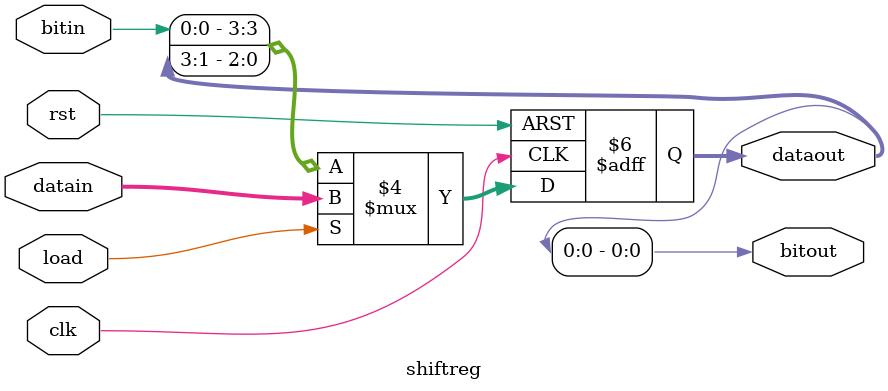
<source format=v>
module shiftreg(clk, rst, load, datain, dataout, bitin, bitout);

	parameter N = 4;

	input clk, rst, load;
	input bitin;
	input [N - 1: 0] datain;
	output reg [N - 1: 0] dataout;
	output bitout;

	assign bitout = dataout[0];

	always @ (posedge clk, negedge rst)
	begin
		if (!rst)
			dataout <= 4'd0;
		else if (load)
			dataout <= datain;
		else 
			dataout <= {bitin, dataout[N - 1: 1]};
	end

endmodule

</source>
